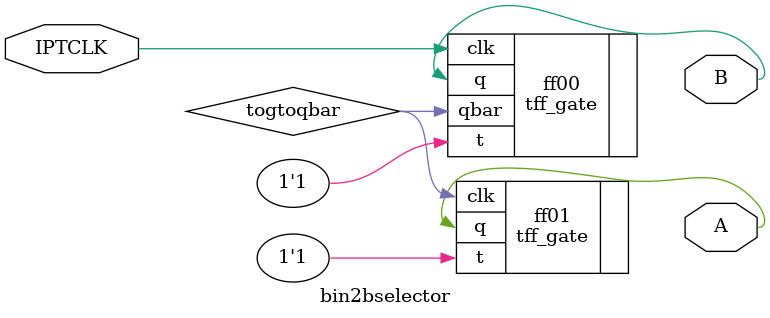
<source format=v>
module bin2bselector (
	IPTCLK,
	A, B
);

	input
	IPTCLK;

	output A, B;

	wire togtoqbar;

	
tff_gate ff00 (
		.t (1'b1),
		.clk (IPTCLK),
		.qbar (togtoqbar),
		.q (B)
);

tff_gate ff01 (
		.t (1'b1),
		.clk (togtoqbar),
		.q (A)
);

endmodule

</source>
